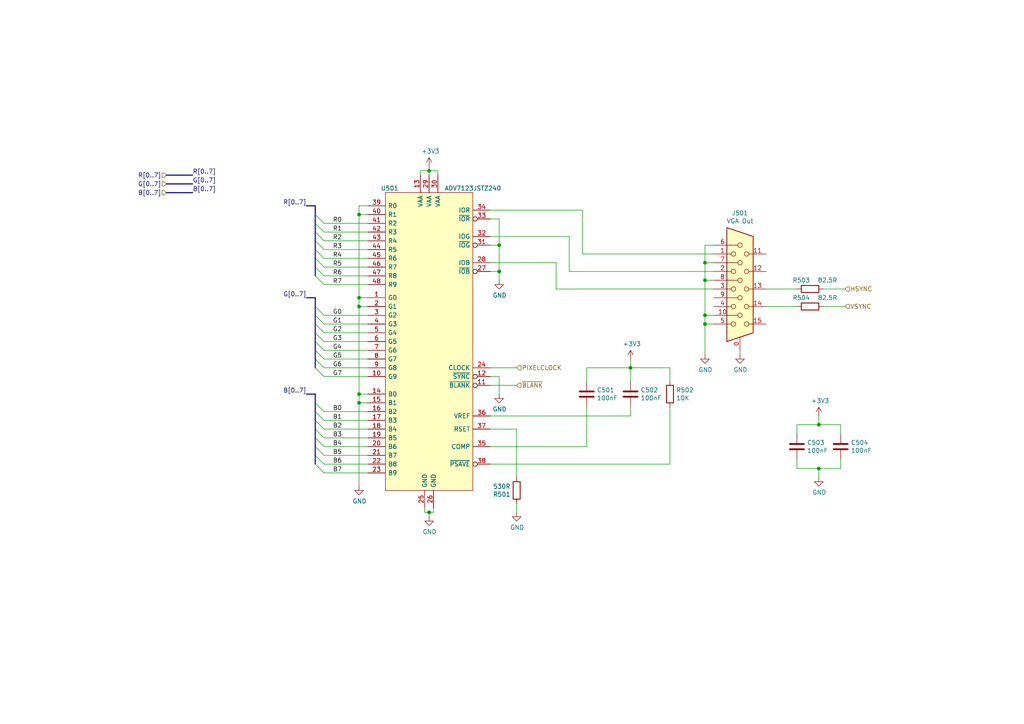
<source format=kicad_sch>
(kicad_sch (version 20211123) (generator eeschema)
  (paper "A4")
  (lib_symbols
    (symbol "Connector:DB15_Female_HighDensity_MountingHoles" (pin_names (offset 1.016) hide)
      (property "Reference" "J" (at 0 21.59 0))
      (property "Value" "DB15_Female_HighDensity_MountingHoles" (at 0 19.05 0))
      (symbol "DB15_Female_HighDensity_MountingHoles_0_1"
        (circle (center -1.905 -10.16) (radius 0.635))
        (circle (center -1.905 -5.08) (radius 0.635))
        (circle (center -1.905 0) (radius 0.635))
        (circle (center -1.905 5.08) (radius 0.635))
        (circle (center -1.905 10.16) (radius 0.635))
        (circle (center 0 -7.62) (radius 0.635))
        (circle (center 0 -2.54) (radius 0.635))
        (polyline (pts (xy -3.175 7.62) (xy -0.635 7.62)))
        (polyline (pts (xy -0.635 -7.62) (xy -3.175 -7.62)))
        (polyline (pts (xy -0.635 -2.54) (xy -3.175 -2.54)))
        (polyline (pts (xy -0.635 2.54) (xy -3.175 2.54)))
        (polyline (pts (xy -0.635 12.7) (xy -3.175 12.7)))
        (polyline (pts (xy -3.81 17.78) (xy -3.81 -15.24) (xy 3.81 -12.7) (xy 3.81 15.24) (xy -3.81 17.78)) (stroke (width 0.254)) (fill (type background)))
        (circle (center 0 2.54) (radius 0.635))
        (circle (center 0 7.62) (radius 0.635))
        (circle (center 0 12.7) (radius 0.635))
        (circle (center 1.905 -10.16) (radius 0.635))
        (circle (center 1.905 -5.08) (radius 0.635))
        (circle (center 1.905 0) (radius 0.635))
        (circle (center 1.905 5.08) (radius 0.635))
        (circle (center 1.905 10.16) (radius 0.635))
      )
      (symbol "DB15_Female_HighDensity_MountingHoles_1_1"
        (pin passive line (at 0 -17.78 90) (length 3.81) (name "~") (number "0"))
        (pin passive line (at -7.62 10.16 0) (length 5.08) (name "~") (number "1"))
        (pin passive line (at -7.62 -7.62 0) (length 5.08) (name "~") (number "10"))
        (pin passive line (at 7.62 10.16 180) (length 5.08) (name "~") (number "11"))
        (pin passive line (at 7.62 5.08 180) (length 5.08) (name "~") (number "12"))
        (pin passive line (at 7.62 0 180) (length 5.08) (name "~") (number "13"))
        (pin passive line (at 7.62 -5.08 180) (length 5.08) (name "~") (number "14"))
        (pin passive line (at 7.62 -10.16 180) (length 5.08) (name "~") (number "15"))
        (pin passive line (at -7.62 5.08 0) (length 5.08) (name "~") (number "2"))
        (pin passive line (at -7.62 0 0) (length 5.08) (name "~") (number "3"))
        (pin passive line (at -7.62 -5.08 0) (length 5.08) (name "~") (number "4"))
        (pin passive line (at -7.62 -10.16 0) (length 5.08) (name "~") (number "5"))
        (pin passive line (at -7.62 12.7 0) (length 5.08) (name "~") (number "6"))
        (pin passive line (at -7.62 7.62 0) (length 5.08) (name "~") (number "7"))
        (pin passive line (at -7.62 2.54 0) (length 5.08) (name "~") (number "8"))
        (pin passive line (at -7.62 -2.54 0) (length 5.08) (name "~") (number "9"))
      )
    )
    (symbol "Ddraig:ADV7123JSTZ240" (pin_names (offset 0.762))
      (property "Reference" "U" (at -11.43 41.91 0))
      (property "Value" "ADV7123JSTZ240" (at 3.81 41.91 0))
      (symbol "ADV7123JSTZ240_0_0"
        (pin input line (at -17.78 10.16 0) (length 5.08) (name "G0") (number "1"))
        (pin input line (at -17.78 -12.7 0) (length 5.08) (name "G9") (number "10"))
        (pin input inverted (at 17.78 -15.24 180) (length 5.08) (name "~{BLANK}") (number "11"))
        (pin input inverted (at 17.78 -12.7 180) (length 5.08) (name "~{SYNC}") (number "12"))
        (pin power_in line (at -2.54 45.72 270) (length 5.08) (name "VAA") (number "13"))
        (pin input line (at -17.78 -17.78 0) (length 5.08) (name "B0") (number "14"))
        (pin input line (at -17.78 -20.32 0) (length 5.08) (name "B1") (number "15"))
        (pin input line (at -17.78 -22.86 0) (length 5.08) (name "B2") (number "16"))
        (pin input line (at -17.78 -25.4 0) (length 5.08) (name "B3") (number "17"))
        (pin input line (at -17.78 -27.94 0) (length 5.08) (name "B4") (number "18"))
        (pin input line (at -17.78 -30.48 0) (length 5.08) (name "B5") (number "19"))
        (pin input line (at -17.78 7.62 0) (length 5.08) (name "G1") (number "2"))
        (pin input line (at -17.78 -33.02 0) (length 5.08) (name "B6") (number "20"))
        (pin input line (at -17.78 -35.56 0) (length 5.08) (name "B7") (number "21"))
        (pin input line (at -17.78 -38.1 0) (length 5.08) (name "B8") (number "22"))
        (pin input line (at -17.78 -40.64 0) (length 5.08) (name "B9") (number "23"))
        (pin input line (at 17.78 -10.16 180) (length 5.08) (name "CLOCK") (number "24"))
        (pin power_in line (at -1.27 -50.8 90) (length 5.08) (name "GND") (number "25"))
        (pin power_in line (at 1.27 -50.8 90) (length 5.08) (name "GND") (number "26"))
        (pin output inverted (at 17.78 17.78 180) (length 5.08) (name "~{IOB}") (number "27"))
        (pin output line (at 17.78 20.32 180) (length 5.08) (name "IOB") (number "28"))
        (pin power_in line (at 0 45.72 270) (length 5.08) (name "VAA") (number "29"))
        (pin input line (at -17.78 5.08 0) (length 5.08) (name "G2") (number "3"))
        (pin power_in line (at 2.54 45.72 270) (length 5.08) (name "VAA") (number "30"))
        (pin output inverted (at 17.78 25.4 180) (length 5.08) (name "~{IOG}") (number "31"))
        (pin output line (at 17.78 27.94 180) (length 5.08) (name "IOG") (number "32"))
        (pin output inverted (at 17.78 33.02 180) (length 5.08) (name "~{IOR}") (number "33"))
        (pin output line (at 17.78 35.56 180) (length 5.08) (name "IOR") (number "34"))
        (pin input line (at 17.78 -33.02 180) (length 5.08) (name "COMP") (number "35"))
        (pin input line (at 17.78 -24.13 180) (length 5.08) (name "VREF") (number "36"))
        (pin input line (at 17.78 -27.94 180) (length 5.08) (name "RSET") (number "37"))
        (pin input inverted (at 17.78 -38.1 180) (length 5.08) (name "~{PSAVE}") (number "38"))
        (pin input line (at -17.78 36.83 0) (length 5.08) (name "R0") (number "39"))
        (pin input line (at -17.78 2.54 0) (length 5.08) (name "G3") (number "4"))
        (pin input line (at -17.78 34.29 0) (length 5.08) (name "R1") (number "40"))
        (pin input line (at -17.78 31.75 0) (length 5.08) (name "R2") (number "41"))
        (pin input line (at -17.78 29.21 0) (length 5.08) (name "R3") (number "42"))
        (pin input line (at -17.78 26.67 0) (length 5.08) (name "R4") (number "43"))
        (pin input line (at -17.78 24.13 0) (length 5.08) (name "R5") (number "44"))
        (pin input line (at -17.78 21.59 0) (length 5.08) (name "R6") (number "45"))
        (pin input line (at -17.78 19.05 0) (length 5.08) (name "R7") (number "46"))
        (pin input line (at -17.78 16.51 0) (length 5.08) (name "R8") (number "47"))
        (pin input line (at -17.78 13.97 0) (length 5.08) (name "R9") (number "48"))
        (pin input line (at -17.78 0 0) (length 5.08) (name "G4") (number "5"))
        (pin input line (at -17.78 -2.54 0) (length 5.08) (name "G5") (number "6"))
        (pin input line (at -17.78 -5.08 0) (length 5.08) (name "G6") (number "7"))
        (pin input line (at -17.78 -7.62 0) (length 5.08) (name "G7") (number "8"))
        (pin input line (at -17.78 -10.16 0) (length 5.08) (name "G8") (number "9"))
      )
      (symbol "ADV7123JSTZ240_0_1"
        (rectangle (start -12.7 -45.72) (end 12.7 40.64) (fill (type background)))
      )
    )
    (symbol "Device:C" (pin_numbers hide) (pin_names (offset 0.254))
      (property "Reference" "C" (at 0.635 2.54 0))
      (property "Value" "C" (at 0.635 -2.54 0))
      (symbol "C_0_1"
        (polyline (pts (xy -2.032 -0.762) (xy 2.032 -0.762)) (stroke (width 0.508)))
        (polyline (pts (xy -2.032 0.762) (xy 2.032 0.762)) (stroke (width 0.508)))
      )
      (symbol "C_1_1"
        (pin passive line (at 0 3.81 270) (length 2.794) (name "~") (number "1"))
        (pin passive line (at 0 -3.81 90) (length 2.794) (name "~") (number "2"))
      )
    )
    (symbol "Device:R" (pin_numbers hide) (pin_names (offset 0))
      (property "Reference" "R" (at 2.032 0 90))
      (property "Value" "R" (at 0 0 90))
      (symbol "R_0_1"
        (rectangle (start -1.016 -2.54) (end 1.016 2.54) (stroke (width 0.254)))
      )
      (symbol "R_1_1"
        (pin passive line (at 0 3.81 270) (length 1.27) (name "~") (number "1"))
        (pin passive line (at 0 -3.81 90) (length 1.27) (name "~") (number "2"))
      )
    )
    (symbol "power:+3V3" (power) (pin_names (offset 0))
      (property "Value" "+3V3" (at 0 3.556 0))
      (symbol "+3V3_0_1"
        (polyline (pts (xy -0.762 1.27) (xy 0 2.54)))
        (polyline (pts (xy 0 0) (xy 0 2.54)))
        (polyline (pts (xy 0 2.54) (xy 0.762 1.27)))
      )
      (symbol "+3V3_1_1"
        (pin power_in line (at 0 0 90) (length 0) hide (name "+3V3") (number "1"))
      )
    )
    (symbol "power:GND" (power) (pin_names (offset 0))
      (property "Value" "GND" (at 0 -3.81 0))
      (symbol "GND_0_1"
        (polyline (pts (xy 0 0) (xy 0 -1.27) (xy 1.27 -1.27) (xy 0 -2.54) (xy -1.27 -1.27) (xy 0 -1.27)))
      )
      (symbol "GND_1_1"
        (pin power_in line (at 0 0 270) (length 0) hide (name "GND") (number "1"))
      )
    )
  )
  (junction (at 104.14 88.9))
  (junction (at 204.47 91.44))
  (junction (at 124.46 49.53))
  (junction (at 237.49 135.89))
  (junction (at 204.47 76.2))
  (junction (at 104.14 62.23))
  (junction (at 144.78 78.74))
  (junction (at 124.46 148.59))
  (junction (at 104.14 114.3))
  (junction (at 204.47 81.28))
  (junction (at 182.88 106.68))
  (junction (at 104.14 86.36))
  (junction (at 144.78 71.12))
  (junction (at 204.47 93.98))
  (junction (at 104.14 116.84))
  (junction (at 237.49 123.19))
  (bus_entry (at 91.44 124.46) (size 2.54 2.54))
  (bus_entry (at 91.44 96.52) (size 2.54 2.54))
  (bus_entry (at 91.44 116.84) (size 2.54 2.54))
  (bus_entry (at 91.44 121.92) (size 2.54 2.54))
  (bus_entry (at 91.44 67.31) (size 2.54 2.54))
  (bus_entry (at 91.44 106.68) (size 2.54 2.54))
  (bus_entry (at 91.44 72.39) (size 2.54 2.54))
  (bus_entry (at 91.44 134.62) (size 2.54 2.54))
  (bus_entry (at 91.44 74.93) (size 2.54 2.54))
  (bus_entry (at 91.44 127) (size 2.54 2.54))
  (bus_entry (at 91.44 99.06) (size 2.54 2.54))
  (bus_entry (at 91.44 77.47) (size 2.54 2.54))
  (bus_entry (at 91.44 64.77) (size 2.54 2.54))
  (bus_entry (at 91.44 91.44) (size 2.54 2.54))
  (bus_entry (at 91.44 119.38) (size 2.54 2.54))
  (bus_entry (at 91.44 104.14) (size 2.54 2.54))
  (bus_entry (at 91.44 132.08) (size 2.54 2.54))
  (bus_entry (at 91.44 69.85) (size 2.54 2.54))
  (bus_entry (at 91.44 80.01) (size 2.54 2.54))
  (bus_entry (at 91.44 93.98) (size 2.54 2.54))
  (bus_entry (at 91.44 62.23) (size 2.54 2.54))
  (bus_entry (at 91.44 129.54) (size 2.54 2.54))
  (bus_entry (at 91.44 88.9) (size 2.54 2.54))
  (bus_entry (at 91.44 101.6) (size 2.54 2.54))
  (wire (pts (xy 222.25 88.9) (xy 231.14 88.9)))
  (wire (pts (xy 231.14 83.82) (xy 222.25 83.82)))
  (wire (pts (xy 121.92 49.53) (xy 124.46 49.53)))
  (wire (pts (xy 104.14 140.97) (xy 104.14 116.84)))
  (wire (pts (xy 207.01 83.82) (xy 161.29 83.82)))
  (wire (pts (xy 207.01 76.2) (xy 204.47 76.2)))
  (wire (pts (xy 106.68 88.9) (xy 104.14 88.9)))
  (wire (pts (xy 106.68 86.36) (xy 104.14 86.36)))
  (wire (pts (xy 144.78 63.5) (xy 144.78 71.12)))
  (bus (pts (xy 91.44 93.98) (xy 91.44 96.52)))
  (wire (pts (xy 165.1 78.74) (xy 165.1 68.58)))
  (wire (pts (xy 144.78 71.12) (xy 144.78 78.74)))
  (wire (pts (xy 243.84 123.19) (xy 237.49 123.19)))
  (wire (pts (xy 124.46 48.26) (xy 124.46 49.53)))
  (wire (pts (xy 237.49 135.89) (xy 243.84 135.89)))
  (bus (pts (xy 55.88 55.88) (xy 48.26 55.88)))
  (wire (pts (xy 106.68 74.93) (xy 93.98 74.93)))
  (wire (pts (xy 237.49 138.43) (xy 237.49 135.89)))
  (wire (pts (xy 124.46 149.86) (xy 124.46 148.59)))
  (bus (pts (xy 91.44 104.14) (xy 91.44 106.68)))
  (wire (pts (xy 194.31 134.62) (xy 194.31 118.11)))
  (wire (pts (xy 231.14 135.89) (xy 237.49 135.89)))
  (wire (pts (xy 123.19 148.59) (xy 124.46 148.59)))
  (wire (pts (xy 106.68 104.14) (xy 93.98 104.14)))
  (bus (pts (xy 91.44 88.9) (xy 91.44 91.44)))
  (bus (pts (xy 48.26 53.34) (xy 55.88 53.34)))
  (bus (pts (xy 91.44 67.31) (xy 91.44 69.85)))
  (wire (pts (xy 237.49 123.19) (xy 231.14 123.19)))
  (wire (pts (xy 125.73 148.59) (xy 125.73 147.32)))
  (wire (pts (xy 149.86 146.05) (xy 149.86 148.59)))
  (wire (pts (xy 207.01 81.28) (xy 204.47 81.28)))
  (wire (pts (xy 149.86 138.43) (xy 149.86 124.46)))
  (bus (pts (xy 91.44 101.6) (xy 91.44 104.14)))
  (wire (pts (xy 170.18 106.68) (xy 182.88 106.68)))
  (wire (pts (xy 106.68 134.62) (xy 93.98 134.62)))
  (bus (pts (xy 91.44 59.69) (xy 88.9 59.69)))
  (wire (pts (xy 142.24 78.74) (xy 144.78 78.74)))
  (wire (pts (xy 149.86 124.46) (xy 142.24 124.46)))
  (wire (pts (xy 123.19 147.32) (xy 123.19 148.59)))
  (wire (pts (xy 106.68 80.01) (xy 93.98 80.01)))
  (wire (pts (xy 204.47 81.28) (xy 204.47 91.44)))
  (wire (pts (xy 204.47 102.87) (xy 204.47 93.98)))
  (wire (pts (xy 124.46 49.53) (xy 127 49.53)))
  (wire (pts (xy 106.68 114.3) (xy 104.14 114.3)))
  (wire (pts (xy 121.92 50.8) (xy 121.92 49.53)))
  (bus (pts (xy 91.44 127) (xy 91.44 129.54)))
  (wire (pts (xy 161.29 76.2) (xy 142.24 76.2)))
  (wire (pts (xy 204.47 76.2) (xy 204.47 81.28)))
  (wire (pts (xy 243.84 125.73) (xy 243.84 123.19)))
  (bus (pts (xy 91.44 119.38) (xy 91.44 121.92)))
  (wire (pts (xy 182.88 120.65) (xy 182.88 118.11)))
  (wire (pts (xy 106.68 99.06) (xy 93.98 99.06)))
  (wire (pts (xy 124.46 50.8) (xy 124.46 49.53)))
  (wire (pts (xy 124.46 148.59) (xy 125.73 148.59)))
  (wire (pts (xy 106.68 96.52) (xy 93.98 96.52)))
  (wire (pts (xy 106.68 119.38) (xy 93.98 119.38)))
  (bus (pts (xy 91.44 121.92) (xy 91.44 124.46)))
  (wire (pts (xy 106.68 129.54) (xy 93.98 129.54)))
  (wire (pts (xy 238.76 83.82) (xy 245.11 83.82)))
  (wire (pts (xy 149.86 106.68) (xy 142.24 106.68)))
  (wire (pts (xy 142.24 109.22) (xy 144.78 109.22)))
  (wire (pts (xy 106.68 69.85) (xy 93.98 69.85)))
  (wire (pts (xy 106.68 82.55) (xy 93.98 82.55)))
  (wire (pts (xy 144.78 109.22) (xy 144.78 114.3)))
  (bus (pts (xy 91.44 116.84) (xy 91.44 119.38)))
  (wire (pts (xy 142.24 134.62) (xy 194.31 134.62)))
  (bus (pts (xy 91.44 59.69) (xy 91.44 62.23)))
  (wire (pts (xy 104.14 59.69) (xy 106.68 59.69)))
  (wire (pts (xy 204.47 91.44) (xy 207.01 91.44)))
  (wire (pts (xy 106.68 72.39) (xy 93.98 72.39)))
  (wire (pts (xy 106.68 91.44) (xy 93.98 91.44)))
  (wire (pts (xy 168.91 60.96) (xy 168.91 73.66)))
  (wire (pts (xy 106.68 132.08) (xy 93.98 132.08)))
  (wire (pts (xy 231.14 125.73) (xy 231.14 123.19)))
  (bus (pts (xy 91.44 74.93) (xy 91.44 77.47)))
  (wire (pts (xy 194.31 106.68) (xy 194.31 110.49)))
  (wire (pts (xy 106.68 77.47) (xy 93.98 77.47)))
  (wire (pts (xy 106.68 62.23) (xy 104.14 62.23)))
  (wire (pts (xy 207.01 71.12) (xy 204.47 71.12)))
  (bus (pts (xy 91.44 124.46) (xy 91.44 127)))
  (wire (pts (xy 142.24 71.12) (xy 144.78 71.12)))
  (wire (pts (xy 104.14 88.9) (xy 104.14 86.36)))
  (bus (pts (xy 91.44 114.3) (xy 88.9 114.3)))
  (wire (pts (xy 168.91 73.66) (xy 207.01 73.66)))
  (wire (pts (xy 104.14 114.3) (xy 104.14 88.9)))
  (bus (pts (xy 91.44 129.54) (xy 91.44 132.08)))
  (bus (pts (xy 91.44 86.36) (xy 91.44 88.9)))
  (bus (pts (xy 91.44 96.52) (xy 91.44 99.06)))
  (bus (pts (xy 91.44 86.36) (xy 88.9 86.36)))
  (bus (pts (xy 91.44 132.08) (xy 91.44 134.62)))
  (wire (pts (xy 182.88 110.49) (xy 182.88 106.68)))
  (wire (pts (xy 142.24 120.65) (xy 182.88 120.65)))
  (wire (pts (xy 106.68 127) (xy 93.98 127)))
  (wire (pts (xy 144.78 78.74) (xy 144.78 81.28)))
  (wire (pts (xy 170.18 106.68) (xy 170.18 110.49)))
  (wire (pts (xy 106.68 106.68) (xy 93.98 106.68)))
  (wire (pts (xy 237.49 120.65) (xy 237.49 123.19)))
  (wire (pts (xy 161.29 83.82) (xy 161.29 76.2)))
  (wire (pts (xy 207.01 78.74) (xy 165.1 78.74)))
  (bus (pts (xy 91.44 114.3) (xy 91.44 116.84)))
  (bus (pts (xy 91.44 99.06) (xy 91.44 101.6)))
  (bus (pts (xy 91.44 62.23) (xy 91.44 64.77)))
  (wire (pts (xy 142.24 60.96) (xy 168.91 60.96)))
  (wire (pts (xy 182.88 106.68) (xy 194.31 106.68)))
  (wire (pts (xy 106.68 64.77) (xy 93.98 64.77)))
  (wire (pts (xy 142.24 63.5) (xy 144.78 63.5)))
  (wire (pts (xy 170.18 118.11) (xy 170.18 129.54)))
  (wire (pts (xy 106.68 101.6) (xy 93.98 101.6)))
  (wire (pts (xy 106.68 67.31) (xy 93.98 67.31)))
  (wire (pts (xy 106.68 121.92) (xy 93.98 121.92)))
  (wire (pts (xy 207.01 93.98) (xy 204.47 93.98)))
  (wire (pts (xy 245.11 88.9) (xy 238.76 88.9)))
  (wire (pts (xy 231.14 133.35) (xy 231.14 135.89)))
  (wire (pts (xy 106.68 109.22) (xy 93.98 109.22)))
  (wire (pts (xy 182.88 104.14) (xy 182.88 106.68)))
  (bus (pts (xy 91.44 64.77) (xy 91.44 67.31)))
  (bus (pts (xy 55.88 50.8) (xy 48.26 50.8)))
  (wire (pts (xy 104.14 116.84) (xy 104.14 114.3)))
  (bus (pts (xy 91.44 69.85) (xy 91.44 72.39)))
  (wire (pts (xy 104.14 62.23) (xy 104.14 59.69)))
  (bus (pts (xy 91.44 77.47) (xy 91.44 80.01)))
  (wire (pts (xy 106.68 124.46) (xy 93.98 124.46)))
  (wire (pts (xy 165.1 68.58) (xy 142.24 68.58)))
  (wire (pts (xy 142.24 111.76) (xy 149.86 111.76)))
  (wire (pts (xy 127 49.53) (xy 127 50.8)))
  (wire (pts (xy 106.68 137.16) (xy 93.98 137.16)))
  (bus (pts (xy 91.44 91.44) (xy 91.44 93.98)))
  (wire (pts (xy 243.84 133.35) (xy 243.84 135.89)))
  (wire (pts (xy 204.47 71.12) (xy 204.47 76.2)))
  (wire (pts (xy 170.18 129.54) (xy 142.24 129.54)))
  (wire (pts (xy 214.63 102.87) (xy 214.63 101.6)))
  (wire (pts (xy 106.68 116.84) (xy 104.14 116.84)))
  (wire (pts (xy 204.47 93.98) (xy 204.47 91.44)))
  (wire (pts (xy 106.68 93.98) (xy 93.98 93.98)))
  (wire (pts (xy 104.14 86.36) (xy 104.14 62.23)))
  (bus (pts (xy 91.44 72.39) (xy 91.44 74.93)))
  (label "B4" (at 96.52 129.54 0))
  (label "G7" (at 96.52 109.22 0))
  (label "G6" (at 96.52 106.68 0))
  (label "R5" (at 96.52 77.47 0))
  (label "G[0..7]" (at 88.9 86.36 180))
  (label "R6" (at 96.52 80.01 0))
  (label "G3" (at 96.52 99.06 0))
  (label "B0" (at 96.52 119.38 0))
  (label "R1" (at 96.52 67.31 0))
  (label "R7" (at 96.52 82.55 0))
  (label "R2" (at 96.52 69.85 0))
  (label "B[0..7]" (at 88.9 114.3 180))
  (label "R[0..7]" (at 55.88 50.8 0))
  (label "B7" (at 96.52 137.16 0))
  (label "R4" (at 96.52 74.93 0))
  (label "B1" (at 96.52 121.92 0))
  (label "R3" (at 96.52 72.39 0))
  (label "B6" (at 96.52 134.62 0))
  (label "G0" (at 96.52 91.44 0))
  (label "B3" (at 96.52 127 0))
  (label "G4" (at 96.52 101.6 0))
  (label "B5" (at 96.52 132.08 0))
  (label "R[0..7]" (at 88.9 59.69 180))
  (label "G1" (at 96.52 93.98 0))
  (label "B2" (at 96.52 124.46 0))
  (label "G2" (at 96.52 96.52 0))
  (label "B[0..7]" (at 55.88 55.88 0))
  (label "G5" (at 96.52 104.14 0))
  (label "R0" (at 96.52 64.77 0))
  (label "G[0..7]" (at 55.88 53.34 0))
  (hierarchical_label "HSYNC" (shape input) (at 245.11 83.82 0))
  (hierarchical_label "B[0..7]" (shape input) (at 48.26 55.88 180))
  (hierarchical_label "~{BLANK}" (shape input) (at 149.86 111.76 0))
  (hierarchical_label "G[0..7]" (shape input) (at 48.26 53.34 180))
  (hierarchical_label "VSYNC" (shape input) (at 245.11 88.9 0))
  (hierarchical_label "R[0..7]" (shape input) (at 48.26 50.8 180))
  (hierarchical_label "PIXELCLOCK" (shape input) (at 149.86 106.68 0))
  (symbol (lib_id "Ddraig:ADV7123JSTZ240") (at 124.46 96.52 0) (unit 1)
    (property "Reference" "U501" (at 113.03 54.61 0))
    (property "Value" "ADV7123JSTZ240" (at 137.16 54.61 0))
    (property "Footprint" "Ddraig:QFP50P900X900X160-48N" (effects hide))
    (property "Datasheet" "http://www.analog.com/media/en/technical-documentation/data-sheets/ADV7123.pdf" (effects hide))
    (property "Description" "DAC 3-CH Segment 10-Bit 48-Pin LQFP ADV7123JSTZ240, Video DAC Triple, 10 bit- 240Msps +/-5%FSR Parallel, 48-Pin LQFP" (effects hide))
    (property "Height" "1.6" (effects hide))
    (property "Manufacturer_Name" "Analog Devices" (effects hide))
    (property "Manufacturer_Part_Number" "ADV7123JSTZ240" (effects hide))
    (property "Mouser Part Number" "584-ADV7123JSTZ240" (effects hide))
    (property "Mouser Price/Stock" "https://www.mouser.co.uk/ProductDetail/Analog-Devices/ADV7123JSTZ240?qs=WIvQP4zGanjDI%252B5uMjCvVw%3D%3D" (effects hide))
    (property "Arrow Part Number" "ADV7123JSTZ240" (effects hide))
    (property "Arrow Price/Stock" "https://www.arrow.com/en/products/adv7123jstz240/analog-devices" (effects hide))
  )
  (symbol (lib_id "Connector:DB15_Female_HighDensity_MountingHoles") (at 214.63 83.82 0) (unit 1)
    (property "Reference" "J501" (at 214.63 61.7982 0))
    (property "Value" "VGA Out" (at 214.63 64.1096 0))
    (property "Footprint" "Connector_Dsub:DSUB-15-HD_Female_Horizontal_P2.29x1.98mm_EdgePinOffset3.03mm_Housed_MountingHolesOffset4.94mm" (effects hide))
    (property "Datasheet" " ~" (effects hide))
  )
  (symbol (lib_id "Device:C") (at 182.88 114.3 0) (unit 1)
    (property "Reference" "C502" (at 185.801 113.1316 0) (effects (justify left)))
    (property "Value" "100nF" (at 185.801 115.443 0) (effects (justify left)))
    (property "Footprint" "Capacitor_SMD:C_0805_2012Metric" (effects hide))
  )
  (symbol (lib_id "Device:R") (at 194.31 114.3 0) (unit 1)
    (property "Reference" "R502" (at 196.088 113.1316 0) (effects (justify left)))
    (property "Value" "10K" (at 196.088 115.443 0) (effects (justify left)))
    (property "Footprint" "Resistor_SMD:R_0805_2012Metric" (effects hide))
  )
  (symbol (lib_id "power:+3V3") (at 124.46 48.26 0) (unit 1)
    (property "Reference" "#PWR0502" (effects hide))
    (property "Value" "+3V3" (at 124.841 43.8658 0))
  )
  (symbol (lib_id "power:GND") (at 124.46 149.86 0) (unit 1)
    (property "Reference" "#PWR0503" (effects hide))
    (property "Value" "GND" (at 124.587 154.2542 0))
  )
  (symbol (lib_id "power:GND") (at 144.78 81.28 0) (unit 1)
    (property "Reference" "#PWR0504" (effects hide))
    (property "Value" "GND" (at 144.907 85.6742 0))
  )
  (symbol (lib_id "Device:R") (at 234.95 83.82 270) (unit 1)
    (property "Reference" "R503" (at 232.41 81.28 90))
    (property "Value" "82.5R" (at 240.03 81.28 90))
    (property "Footprint" "Resistor_SMD:R_0805_2012Metric" (effects hide))
  )
  (symbol (lib_id "Device:R") (at 234.95 88.9 270) (unit 1)
    (property "Reference" "R504" (at 232.41 86.36 90))
    (property "Value" "82.5R" (at 240.03 86.36 90))
    (property "Footprint" "Resistor_SMD:R_0805_2012Metric" (effects hide))
  )
  (symbol (lib_id "power:GND") (at 214.63 102.87 0) (unit 1)
    (property "Reference" "#PWR0509" (effects hide))
    (property "Value" "GND" (at 214.757 107.2642 0))
  )
  (symbol (lib_id "power:GND") (at 204.47 102.87 0) (unit 1)
    (property "Reference" "#PWR0508" (effects hide))
    (property "Value" "GND" (at 204.597 107.2642 0))
  )
  (symbol (lib_id "power:GND") (at 104.14 140.97 0) (unit 1)
    (property "Reference" "#PWR0501" (effects hide))
    (property "Value" "GND" (at 104.267 145.3642 0))
  )
  (symbol (lib_id "power:+3V3") (at 182.88 104.14 0) (unit 1)
    (property "Reference" "#PWR0507" (effects hide))
    (property "Value" "+3V3" (at 183.261 99.7458 0))
  )
  (symbol (lib_id "Device:C") (at 170.18 114.3 0) (unit 1)
    (property "Reference" "C501" (at 173.101 113.1316 0) (effects (justify left)))
    (property "Value" "100nF" (at 173.101 115.443 0) (effects (justify left)))
    (property "Footprint" "Capacitor_SMD:C_0805_2012Metric" (effects hide))
  )
  (symbol (lib_id "Device:R") (at 149.86 142.24 180) (unit 1)
    (property "Reference" "R501" (at 148.082 143.4084 0) (effects (justify left)))
    (property "Value" "530R" (at 148.082 141.097 0) (effects (justify left)))
    (property "Footprint" "Resistor_SMD:R_0805_2012Metric" (effects hide))
  )
  (symbol (lib_id "power:GND") (at 149.86 148.59 0) (unit 1)
    (property "Reference" "#PWR0506" (effects hide))
    (property "Value" "GND" (at 149.987 152.9842 0))
  )
  (symbol (lib_id "power:GND") (at 144.78 114.3 0) (unit 1)
    (property "Reference" "#PWR0505" (effects hide))
    (property "Value" "GND" (at 144.907 118.6942 0))
  )
  (symbol (lib_id "Device:C") (at 243.84 129.54 0)
    (property "Reference" "C504" (at 246.761 128.3716 0) (effects (justify left)))
    (property "Value" "100nF" (at 246.761 130.683 0) (effects (justify left)))
    (property "Footprint" "Capacitor_SMD:C_0805_2012Metric" (effects hide))
  )
  (symbol (lib_id "power:GND") (at 237.49 138.43 0)
    (property "Reference" "#PWR0511" (effects hide))
    (property "Value" "GND" (at 237.617 142.8242 0))
  )
  (symbol (lib_id "Device:C") (at 231.14 129.54 0)
    (property "Reference" "C503" (at 234.061 128.3716 0) (effects (justify left)))
    (property "Value" "100nF" (at 234.061 130.683 0) (effects (justify left)))
    (property "Footprint" "Capacitor_SMD:C_0805_2012Metric" (effects hide))
  )
  (symbol (lib_id "power:+3V3") (at 237.49 120.65 0)
    (property "Reference" "#PWR0510" (effects hide))
    (property "Value" "+3V3" (at 237.871 116.2558 0))
  )
)
</source>
